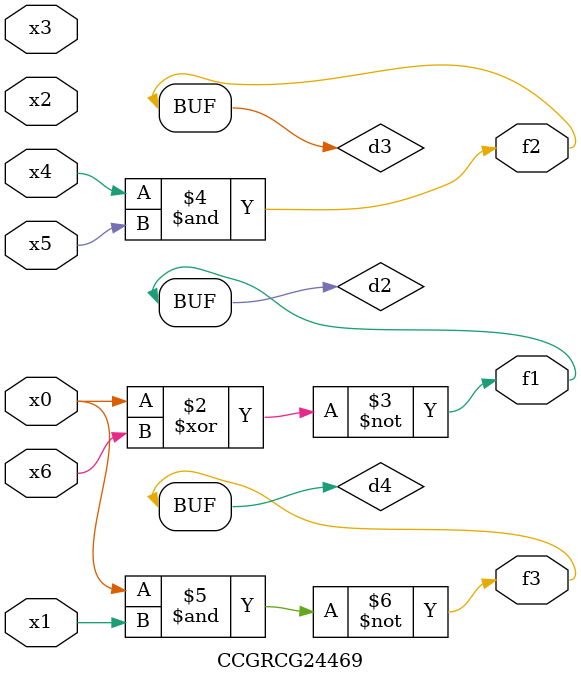
<source format=v>
module CCGRCG24469(
	input x0, x1, x2, x3, x4, x5, x6,
	output f1, f2, f3
);

	wire d1, d2, d3, d4;

	nor (d1, x0);
	xnor (d2, x0, x6);
	and (d3, x4, x5);
	nand (d4, x0, x1);
	assign f1 = d2;
	assign f2 = d3;
	assign f3 = d4;
endmodule

</source>
